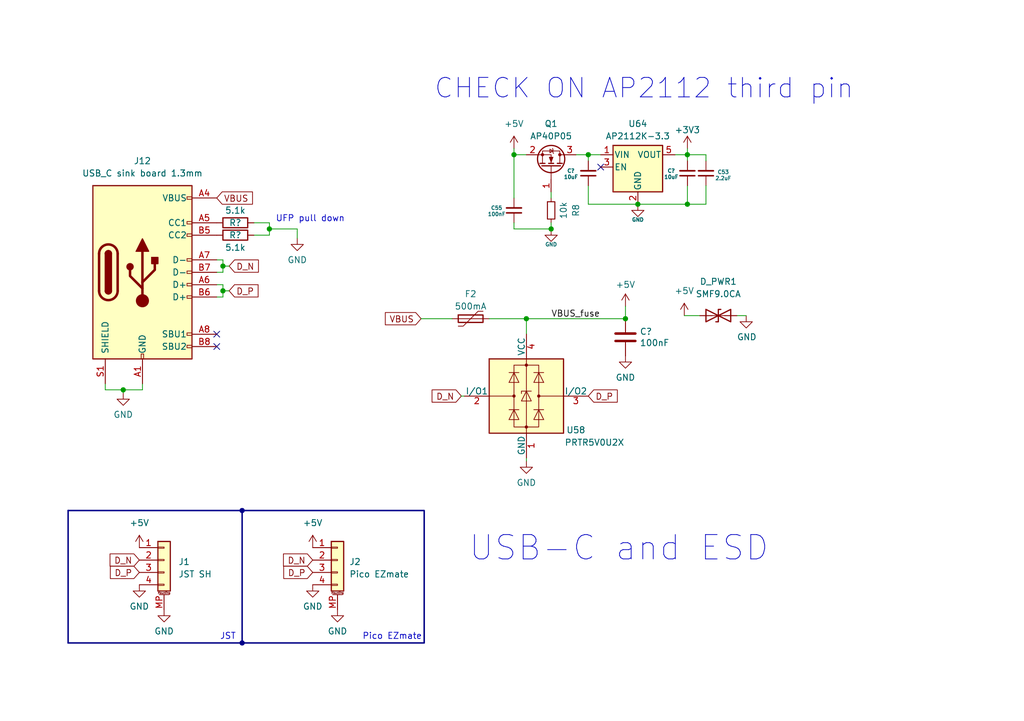
<source format=kicad_sch>
(kicad_sch (version 20231120) (generator "eeschema") (generator_version "8.0")
  (paper "A5")
  (lib_symbols
    (symbol "+5V_1" (power) (pin_names (offset 0))
      (property "Value" "+5V_1" (at 0 3.556 0))
      (symbol "+5V_1_0_1"
        (polyline (pts (xy -0.762 1.27) (xy 0 2.54)))
        (polyline (pts (xy 0 0) (xy 0 2.54)))
        (polyline (pts (xy 0 2.54) (xy 0.762 1.27)))
      )
      (symbol "+5V_1_1_1"
        (pin power_in line (at 0 0 90) (length 0) hide (name "+5V") (number "1"))
      )
    )
    (symbol "Connector:USB_C_Receptacle_USB2.0" (pin_names (offset 1.016))
      (property "Reference" "J" (at -10.16 19.05 0))
      (property "Value" "USB_C_Receptacle_USB2.0" (at 19.05 19.05 0))
      (symbol "USB_C_Receptacle_USB2.0_0_0"
        (rectangle (start -0.254 -17.78) (end 0.254 -16.764))
        (rectangle (start 10.16 -14.986) (end 9.144 -15.494))
        (rectangle (start 10.16 -12.446) (end 9.144 -12.954))
        (rectangle (start 10.16 -4.826) (end 9.144 -5.334))
        (rectangle (start 10.16 -2.286) (end 9.144 -2.794))
        (rectangle (start 10.16 0.254) (end 9.144 -0.254))
        (rectangle (start 10.16 2.794) (end 9.144 2.286))
        (rectangle (start 10.16 7.874) (end 9.144 7.366))
        (rectangle (start 10.16 10.414) (end 9.144 9.906))
        (rectangle (start 10.16 15.494) (end 9.144 14.986))
      )
      (symbol "USB_C_Receptacle_USB2.0_0_1"
        (rectangle (start -10.16 17.78) (end 10.16 -17.78) (stroke (width 0.254)) (fill (type background)))
        (arc (start -8.89 -3.81) (mid -6.985 -5.7067) (end -5.08 -3.81) (stroke (width 0.508)))
        (arc (start -7.62 -3.81) (mid -6.985 -4.4423) (end -6.35 -3.81) (stroke (width 0.254)))
        (arc (start -7.62 -3.81) (mid -6.985 -4.4423) (end -6.35 -3.81) (stroke (width 0.254)) (fill (type outline)))
        (rectangle (start -7.62 -3.81) (end -6.35 3.81) (stroke (width 0.254)) (fill (type outline)))
        (arc (start -6.35 3.81) (mid -6.985 4.4423) (end -7.62 3.81) (stroke (width 0.254)))
        (arc (start -6.35 3.81) (mid -6.985 4.4423) (end -7.62 3.81) (stroke (width 0.254)) (fill (type outline)))
        (arc (start -5.08 3.81) (mid -6.985 5.7067) (end -8.89 3.81) (stroke (width 0.508)))
        (circle (center -2.54 1.143) (radius 0.635) (stroke (width 0.254)) (fill (type outline)))
        (circle (center 0 -5.842) (radius 1.27) (fill (type outline)))
        (polyline (pts (xy -8.89 -3.81) (xy -8.89 3.81)) (stroke (width 0.508)))
        (polyline (pts (xy -5.08 3.81) (xy -5.08 -3.81)) (stroke (width 0.508)))
        (polyline (pts (xy 0 -5.842) (xy 0 4.318)) (stroke (width 0.508)))
        (polyline (pts (xy 0 -3.302) (xy -2.54 -0.762) (xy -2.54 0.508)) (stroke (width 0.508)))
        (polyline (pts (xy 0 -2.032) (xy 2.54 0.508) (xy 2.54 1.778)) (stroke (width 0.508)))
        (polyline (pts (xy -1.27 4.318) (xy 0 6.858) (xy 1.27 4.318) (xy -1.27 4.318)) (stroke (width 0.254)) (fill (type outline)))
        (rectangle (start 1.905 1.778) (end 3.175 3.048) (stroke (width 0.254)) (fill (type outline)))
      )
      (symbol "USB_C_Receptacle_USB2.0_1_1"
        (pin passive line (at 0 -22.86 90) (length 5.08) (name "GND") (number "A1"))
        (pin passive line (at 0 -22.86 90) (length 5.08) hide (name "GND") (number "A12"))
        (pin passive line (at 15.24 15.24 180) (length 5.08) (name "VBUS") (number "A4"))
        (pin bidirectional line (at 15.24 10.16 180) (length 5.08) (name "CC1") (number "A5"))
        (pin bidirectional line (at 15.24 -2.54 180) (length 5.08) (name "D+") (number "A6"))
        (pin bidirectional line (at 15.24 2.54 180) (length 5.08) (name "D-") (number "A7"))
        (pin bidirectional line (at 15.24 -12.7 180) (length 5.08) (name "SBU1") (number "A8"))
        (pin passive line (at 15.24 15.24 180) (length 5.08) hide (name "VBUS") (number "A9"))
        (pin passive line (at 0 -22.86 90) (length 5.08) hide (name "GND") (number "B1"))
        (pin passive line (at 0 -22.86 90) (length 5.08) hide (name "GND") (number "B12"))
        (pin passive line (at 15.24 15.24 180) (length 5.08) hide (name "VBUS") (number "B4"))
        (pin bidirectional line (at 15.24 7.62 180) (length 5.08) (name "CC2") (number "B5"))
        (pin bidirectional line (at 15.24 -5.08 180) (length 5.08) (name "D+") (number "B6"))
        (pin bidirectional line (at 15.24 0 180) (length 5.08) (name "D-") (number "B7"))
        (pin bidirectional line (at 15.24 -15.24 180) (length 5.08) (name "SBU2") (number "B8"))
        (pin passive line (at 15.24 15.24 180) (length 5.08) hide (name "VBUS") (number "B9"))
        (pin passive line (at -7.62 -22.86 90) (length 5.08) (name "SHIELD") (number "S1"))
      )
    )
    (symbol "Connector_Generic_MountingPin:Conn_01x04_MountingPin" (pin_names (offset 1.016) hide)
      (property "Reference" "J" (at 0 5.08 0))
      (property "Value" "Conn_01x04_MountingPin" (at 1.27 -7.62 0))
      (symbol "Conn_01x04_MountingPin_1_1"
        (rectangle (start -1.27 -4.953) (end 0 -5.207) (stroke (width 0.1524)))
        (rectangle (start -1.27 -2.413) (end 0 -2.667) (stroke (width 0.1524)))
        (rectangle (start -1.27 0.127) (end 0 -0.127) (stroke (width 0.1524)))
        (rectangle (start -1.27 2.667) (end 0 2.413) (stroke (width 0.1524)))
        (rectangle (start -1.27 3.81) (end 1.27 -6.35) (stroke (width 0.254)) (fill (type background)))
        (polyline (pts (xy -1.016 -7.112) (xy 1.016 -7.112)) (stroke (width 0.1524)))
        (text "Mounting" (at 0 -6.731 0) (effects (font (size 0.381 0.381))))
        (pin passive line (at -5.08 2.54 0) (length 3.81) (name "Pin_1") (number "1"))
        (pin passive line (at -5.08 0 0) (length 3.81) (name "Pin_2") (number "2"))
        (pin passive line (at -5.08 -2.54 0) (length 3.81) (name "Pin_3") (number "3"))
        (pin passive line (at -5.08 -5.08 0) (length 3.81) (name "Pin_4") (number "4"))
        (pin passive line (at 0 -10.16 90) (length 3.048) (name "MountPin") (number "MP"))
      )
    )
    (symbol "Device:C" (pin_numbers hide) (pin_names (offset 0.254))
      (property "Reference" "C" (at 0.635 2.54 0))
      (property "Value" "C" (at 0.635 -2.54 0))
      (symbol "C_0_1"
        (polyline (pts (xy -2.032 -0.762) (xy 2.032 -0.762)) (stroke (width 0.508)))
        (polyline (pts (xy -2.032 0.762) (xy 2.032 0.762)) (stroke (width 0.508)))
      )
      (symbol "C_1_1"
        (pin passive line (at 0 3.81 270) (length 2.794) (name "~") (number "1"))
        (pin passive line (at 0 -3.81 90) (length 2.794) (name "~") (number "2"))
      )
    )
    (symbol "Device:C_Small" (pin_numbers hide) (pin_names (offset 0.254) hide)
      (property "Reference" "C" (at 0.254 1.778 0))
      (property "Value" "C_Small" (at 0.254 -2.032 0))
      (symbol "C_Small_0_1"
        (polyline (pts (xy -1.524 -0.508) (xy 1.524 -0.508)) (stroke (width 0.3302)))
        (polyline (pts (xy -1.524 0.508) (xy 1.524 0.508)) (stroke (width 0.3048)))
      )
      (symbol "C_Small_1_1"
        (pin passive line (at 0 2.54 270) (length 2.032) (name "~") (number "1"))
        (pin passive line (at 0 -2.54 90) (length 2.032) (name "~") (number "2"))
      )
    )
    (symbol "Device:D_TVS" (pin_numbers hide) (pin_names (offset 1.016) hide)
      (property "Reference" "D" (at 0 2.54 0))
      (property "Value" "D_TVS" (at 0 -2.54 0))
      (symbol "D_TVS_0_1"
        (polyline (pts (xy 1.27 0) (xy -1.27 0)))
        (polyline (pts (xy 0.508 1.27) (xy 0 1.27) (xy 0 -1.27) (xy -0.508 -1.27)) (stroke (width 0.254)))
        (polyline (pts (xy -2.54 1.27) (xy -2.54 -1.27) (xy 2.54 1.27) (xy 2.54 -1.27) (xy -2.54 1.27)) (stroke (width 0.254)))
      )
      (symbol "D_TVS_1_1"
        (pin passive line (at -3.81 0 0) (length 2.54) (name "A1") (number "1"))
        (pin passive line (at 3.81 0 180) (length 2.54) (name "A2") (number "2"))
      )
    )
    (symbol "Device:Polyfuse" (pin_numbers hide) (pin_names (offset 0))
      (property "Reference" "F" (at -2.54 0 90))
      (property "Value" "Polyfuse" (at 2.54 0 90))
      (symbol "Polyfuse_0_1"
        (rectangle (start -0.762 2.54) (end 0.762 -2.54) (stroke (width 0.254)))
        (polyline (pts (xy 0 2.54) (xy 0 -2.54)))
        (polyline (pts (xy -1.524 2.54) (xy -1.524 1.524) (xy 1.524 -1.524) (xy 1.524 -2.54)))
      )
      (symbol "Polyfuse_1_1"
        (pin passive line (at 0 3.81 270) (length 1.27) (name "~") (number "1"))
        (pin passive line (at 0 -3.81 90) (length 1.27) (name "~") (number "2"))
      )
    )
    (symbol "Device:R" (pin_numbers hide) (pin_names (offset 0))
      (property "Reference" "R" (at 2.032 0 90))
      (property "Value" "R" (at 0 0 90))
      (symbol "R_0_1"
        (rectangle (start -1.016 -2.54) (end 1.016 2.54) (stroke (width 0.254)))
      )
      (symbol "R_1_1"
        (pin passive line (at 0 3.81 270) (length 1.27) (name "~") (number "1"))
        (pin passive line (at 0 -3.81 90) (length 1.27) (name "~") (number "2"))
      )
    )
    (symbol "Device:R_Small" (pin_numbers hide) (pin_names (offset 0.254) hide)
      (property "Reference" "R" (at 0.762 0.508 0))
      (property "Value" "R_Small" (at 0.762 -1.016 0))
      (symbol "R_Small_0_1"
        (rectangle (start -0.762 1.778) (end 0.762 -1.778) (stroke (width 0.2032)))
      )
      (symbol "R_Small_1_1"
        (pin passive line (at 0 2.54 270) (length 0.762) (name "~") (number "1"))
        (pin passive line (at 0 -2.54 90) (length 0.762) (name "~") (number "2"))
      )
    )
    (symbol "Power_Protection:PRTR5V0U2X" (pin_names (offset 0))
      (property "Reference" "D" (at 2.794 8.636 0))
      (property "Value" "PRTR5V0U2X" (at 8.128 -9.398 0))
      (symbol "PRTR5V0U2X_0_1"
        (rectangle (start -7.62 -7.62) (end 7.62 7.62) (stroke (width 0.254)) (fill (type background)))
        (circle (center -2.54 0) (radius 0.254) (fill (type outline)))
        (rectangle (start -2.54 6.35) (end 2.54 -6.35))
        (circle (center 0 -6.35) (radius 0.254) (fill (type outline)))
        (polyline (pts (xy -2.54 0) (xy -7.62 0)))
        (polyline (pts (xy -1.524 -2.794) (xy -3.556 -2.794)))
        (polyline (pts (xy -1.524 4.826) (xy -3.556 4.826)))
        (polyline (pts (xy 0 -7.62) (xy 0 7.62)))
        (polyline (pts (xy 1.524 -2.794) (xy 3.556 -2.794)))
        (polyline (pts (xy 1.524 4.826) (xy 3.556 4.826)))
        (polyline (pts (xy 2.54 0) (xy 7.62 0)))
        (polyline (pts (xy 1.016 1.016) (xy -1.016 1.016) (xy -1.016 0.508)))
        (polyline (pts (xy -3.556 -4.826) (xy -1.524 -4.826) (xy -2.54 -2.794) (xy -3.556 -4.826)))
        (polyline (pts (xy -3.556 2.794) (xy -1.524 2.794) (xy -2.54 4.826) (xy -3.556 2.794)))
        (polyline (pts (xy -1.016 -1.016) (xy 1.016 -1.016) (xy 0 1.016) (xy -1.016 -1.016)))
        (polyline (pts (xy 3.556 -4.826) (xy 1.524 -4.826) (xy 2.54 -2.794) (xy 3.556 -4.826)))
        (polyline (pts (xy 3.556 2.794) (xy 1.524 2.794) (xy 2.54 4.826) (xy 3.556 2.794)))
        (circle (center 0 6.35) (radius 0.254) (fill (type outline)))
        (circle (center 2.54 0) (radius 0.254) (fill (type outline)))
      )
      (symbol "PRTR5V0U2X_1_1"
        (pin passive line (at 0 -12.7 90) (length 5.08) (name "GND") (number "1"))
        (pin passive line (at -12.7 0 0) (length 5.08) (name "I/O1") (number "2"))
        (pin passive line (at 12.7 0 180) (length 5.08) (name "I/O2") (number "3"))
        (pin passive line (at 0 12.7 270) (length 5.08) (name "VCC") (number "4"))
      )
    )
    (symbol "Regulator_Linear:AP2112K-3.3" (pin_names (offset 0.254))
      (property "Reference" "U" (at -5.08 5.715 0))
      (property "Value" "AP2112K-3.3" (at 0 5.715 0))
      (symbol "AP2112K-3.3_0_1"
        (rectangle (start -5.08 4.445) (end 5.08 -5.08) (stroke (width 0.254)) (fill (type background)))
      )
      (symbol "AP2112K-3.3_1_1"
        (pin power_in line (at -7.62 2.54 0) (length 2.54) (name "VIN") (number "1"))
        (pin power_in line (at 0 -7.62 90) (length 2.54) (name "GND") (number "2"))
        (pin input line (at -7.62 0 0) (length 2.54) (name "EN") (number "3"))
        (pin no_connect line (at 5.08 0 180) (length 2.54) hide (name "NC") (number "4"))
        (pin power_out line (at 7.62 2.54 180) (length 2.54) (name "VOUT") (number "5"))
      )
    )
    (symbol "Transistor_FET:2N7002" (pin_names hide)
      (property "Reference" "Q" (at 5.08 1.905 0))
      (property "Value" "2N7002" (at 5.08 0 0))
      (symbol "2N7002_0_1"
        (polyline (pts (xy 0.254 0) (xy -2.54 0)))
        (polyline (pts (xy 0.254 1.905) (xy 0.254 -1.905)) (stroke (width 0.254)))
        (polyline (pts (xy 0.762 -1.27) (xy 0.762 -2.286)) (stroke (width 0.254)))
        (polyline (pts (xy 0.762 0.508) (xy 0.762 -0.508)) (stroke (width 0.254)))
        (polyline (pts (xy 0.762 2.286) (xy 0.762 1.27)) (stroke (width 0.254)))
        (polyline (pts (xy 2.54 2.54) (xy 2.54 1.778)))
        (polyline (pts (xy 2.54 -2.54) (xy 2.54 0) (xy 0.762 0)))
        (polyline (pts (xy 0.762 -1.778) (xy 3.302 -1.778) (xy 3.302 1.778) (xy 0.762 1.778)))
        (polyline (pts (xy 1.016 0) (xy 2.032 0.381) (xy 2.032 -0.381) (xy 1.016 0)) (fill (type outline)))
        (polyline (pts (xy 2.794 0.508) (xy 2.921 0.381) (xy 3.683 0.381) (xy 3.81 0.254)))
        (polyline (pts (xy 3.302 0.381) (xy 2.921 -0.254) (xy 3.683 -0.254) (xy 3.302 0.381)))
        (circle (center 1.651 0) (radius 2.794) (stroke (width 0.254)))
        (circle (center 2.54 -1.778) (radius 0.254) (fill (type outline)))
        (circle (center 2.54 1.778) (radius 0.254) (fill (type outline)))
      )
      (symbol "2N7002_1_1"
        (pin input line (at -5.08 0 0) (length 2.54) (name "G") (number "1"))
        (pin passive line (at 2.54 -5.08 90) (length 2.54) (name "S") (number "2"))
        (pin passive line (at 2.54 5.08 270) (length 2.54) (name "D") (number "3"))
      )
    )
    (symbol "power:+3V3" (power) (pin_names (offset 0))
      (property "Value" "+3V3" (at 0 3.556 0))
      (symbol "+3V3_0_1"
        (polyline (pts (xy -0.762 1.27) (xy 0 2.54)))
        (polyline (pts (xy 0 0) (xy 0 2.54)))
        (polyline (pts (xy 0 2.54) (xy 0.762 1.27)))
      )
      (symbol "+3V3_1_1"
        (pin power_in line (at 0 0 90) (length 0) hide (name "+3V3") (number "1"))
      )
    )
    (symbol "power:+5V" (power) (pin_names (offset 0))
      (property "Value" "+5V" (at 0 3.556 0))
      (symbol "+5V_0_1"
        (polyline (pts (xy -0.762 1.27) (xy 0 2.54)))
        (polyline (pts (xy 0 0) (xy 0 2.54)))
        (polyline (pts (xy 0 2.54) (xy 0.762 1.27)))
      )
      (symbol "+5V_1_1"
        (pin power_in line (at 0 0 90) (length 0) hide (name "+5V") (number "1"))
      )
    )
    (symbol "power:GND" (power) (pin_names (offset 0))
      (property "Value" "GND" (at 0 -3.81 0))
      (symbol "GND_0_1"
        (polyline (pts (xy 0 0) (xy 0 -1.27) (xy 1.27 -1.27) (xy 0 -2.54) (xy -1.27 -1.27) (xy 0 -1.27)))
      )
      (symbol "GND_1_1"
        (pin power_in line (at 0 0 270) (length 0) hide (name "GND") (number "1"))
      )
    )
  )
  (junction (at 49.657 131.953))
  (junction (at 25.273 80.01))
  (junction (at 55.245 46.99))
  (junction (at 140.97 31.75))
  (junction (at 45.72 59.69))
  (junction (at 120.65 31.75))
  (junction (at 45.72 54.61))
  (junction (at 107.95 65.405))
  (junction (at 113.03 46.99))
  (junction (at 140.97 41.91))
  (junction (at 105.41 31.75))
  (junction (at 128.27 65.405))
  (junction (at 49.657 104.775))
  (junction (at 130.81 41.91))
  (no_connect (at 44.45 68.58))
  (no_connect (at 44.45 71.12))
  (no_connect (at 123.19 34.29))
  (wire (pts (xy 94.615 81.28) (xy 95.25 81.28)))
  (wire (pts (xy 44.45 55.88) (xy 45.72 55.88)))
  (wire (pts (xy 113.03 39.37) (xy 113.03 40.64)))
  (wire (pts (xy 107.95 94.615) (xy 107.95 93.98)))
  (wire (pts (xy 120.65 31.75) (xy 123.19 31.75)))
  (bus (pts (xy 13.97 104.775) (xy 49.657 104.775)))
  (wire (pts (xy 140.97 31.75) (xy 140.97 33.02)))
  (wire (pts (xy 45.72 54.61) (xy 46.99 54.61)))
  (wire (pts (xy 140.97 38.1) (xy 140.97 41.91)))
  (wire (pts (xy 120.65 38.1) (xy 120.65 41.91)))
  (wire (pts (xy 44.45 58.42) (xy 45.72 58.42)))
  (wire (pts (xy 140.97 30.48) (xy 140.97 31.75)))
  (wire (pts (xy 118.11 31.75) (xy 120.65 31.75)))
  (wire (pts (xy 55.245 48.26) (xy 55.245 46.99)))
  (wire (pts (xy 60.96 46.99) (xy 60.96 48.895)))
  (bus (pts (xy 49.657 131.953) (xy 86.868 131.953)))
  (wire (pts (xy 44.45 60.96) (xy 45.72 60.96)))
  (wire (pts (xy 25.273 80.645) (xy 25.273 80.01)))
  (wire (pts (xy 140.97 31.75) (xy 144.78 31.75)))
  (wire (pts (xy 105.41 46.99) (xy 113.03 46.99)))
  (wire (pts (xy 138.43 31.75) (xy 140.97 31.75)))
  (bus (pts (xy 13.97 104.775) (xy 13.97 131.953)))
  (wire (pts (xy 151.13 64.77) (xy 153.035 64.77)))
  (wire (pts (xy 105.41 31.75) (xy 107.95 31.75)))
  (wire (pts (xy 128.27 62.865) (xy 128.27 65.405)))
  (wire (pts (xy 100.33 65.405) (xy 107.95 65.405)))
  (wire (pts (xy 144.78 31.75) (xy 144.78 33.02)))
  (wire (pts (xy 107.95 65.405) (xy 107.95 68.58)))
  (wire (pts (xy 52.07 45.72) (xy 55.245 45.72)))
  (wire (pts (xy 130.81 41.91) (xy 140.97 41.91)))
  (wire (pts (xy 107.95 65.405) (xy 128.27 65.405)))
  (wire (pts (xy 113.03 46.99) (xy 113.03 45.72)))
  (wire (pts (xy 21.59 78.74) (xy 21.59 80.01)))
  (wire (pts (xy 105.41 45.72) (xy 105.41 46.99)))
  (wire (pts (xy 105.41 31.75) (xy 105.41 40.64)))
  (bus (pts (xy 86.995 104.775) (xy 86.995 131.953)))
  (wire (pts (xy 144.78 38.1) (xy 144.78 41.91)))
  (wire (pts (xy 45.72 59.69) (xy 46.99 59.69)))
  (wire (pts (xy 140.97 41.91) (xy 144.78 41.91)))
  (wire (pts (xy 45.72 60.96) (xy 45.72 59.69)))
  (wire (pts (xy 29.21 80.01) (xy 29.21 78.74)))
  (wire (pts (xy 44.45 53.34) (xy 45.72 53.34)))
  (bus (pts (xy 13.97 131.953) (xy 49.657 131.953)))
  (wire (pts (xy 55.245 46.99) (xy 55.245 45.72)))
  (wire (pts (xy 52.07 48.26) (xy 55.245 48.26)))
  (wire (pts (xy 45.72 53.34) (xy 45.72 54.61)))
  (wire (pts (xy 45.72 54.61) (xy 45.72 55.88)))
  (wire (pts (xy 86.36 65.405) (xy 92.71 65.405)))
  (wire (pts (xy 45.72 58.42) (xy 45.72 59.69)))
  (bus (pts (xy 49.657 104.775) (xy 86.868 104.775)))
  (bus (pts (xy 49.657 104.775) (xy 49.657 131.953)))
  (wire (pts (xy 120.65 31.75) (xy 120.65 33.02)))
  (wire (pts (xy 140.335 64.77) (xy 143.51 64.77)))
  (wire (pts (xy 120.65 41.91) (xy 130.81 41.91)))
  (wire (pts (xy 21.59 80.01) (xy 25.273 80.01)))
  (wire (pts (xy 105.41 30.48) (xy 105.41 31.75)))
  (wire (pts (xy 55.245 46.99) (xy 60.96 46.99)))
  (wire (pts (xy 25.273 80.01) (xy 29.21 80.01)))
  (text "CHECK ON AP2112 third pin" (at 132.08 18.288 0) (effects (font (size 4 4))))
  (text "Pico EZmate" (at 74.295 131.445 0) (effects (font (size 1.27 1.27)) (justify left bottom)))
  (text "USB-C and ESD" (at 96.012 115.57 0) (effects (font (size 5 5)) (justify left bottom)))
  (text "UFP pull down" (at 56.515 45.72 0) (effects (font (size 1.27 1.27)) (justify left bottom)))
  (text "JST" (at 45.085 131.445 0) (effects (font (size 1.27 1.27)) (justify left bottom)))
  (label "VBUS_fuse" (at 113.03 65.405 0))
  (global_label "D_P" (shape input) (at 28.575 117.475 180) (property "Intersheetrefs" "${INTERSHEET_REFS}" (effects (hide yes))))
  (global_label "VBUS" (shape input) (at 44.45 40.64 0) (property "Intersheetrefs" "${INTERSHEET_REFS}" (effects (hide yes))))
  (global_label "D_N" (shape input) (at 64.135 114.935 180) (property "Intersheetrefs" "${INTERSHEET_REFS}" (effects (hide yes))))
  (global_label "D_N" (shape input) (at 94.615 81.28 180) (property "Intersheetrefs" "${INTERSHEET_REFS}" (effects (hide yes))))
  (global_label "D_P" (shape input) (at 46.99 59.69 0) (property "Intersheetrefs" "${INTERSHEET_REFS}" (effects (hide yes))))
  (global_label "VBUS" (shape input) (at 86.36 65.405 180) (property "Intersheetrefs" "${INTERSHEET_REFS}" (effects (hide yes))))
  (global_label "D_N" (shape input) (at 46.99 54.61 0) (property "Intersheetrefs" "${INTERSHEET_REFS}" (effects (hide yes))))
  (global_label "D_N" (shape input) (at 28.575 114.935 180) (property "Intersheetrefs" "${INTERSHEET_REFS}" (effects (hide yes))))
  (global_label "D_P" (shape input) (at 120.65 81.28 0) (property "Intersheetrefs" "${INTERSHEET_REFS}" (effects (hide yes))))
  (global_label "D_P" (shape input) (at 64.135 117.475 180) (property "Intersheetrefs" "${INTERSHEET_REFS}" (effects (hide yes))))
  (symbol (lib_id "Device:C") (at 128.27 69.215 0) (unit 1)
    (property "Reference" "C?" (at 131.191 68.0466 0) (effects (justify left)))
    (property "Value" "100nF" (at 131.191 70.358 0) (effects (justify left)))
    (property "Footprint" "Capacitor_SMD:C_0402_1005Metric" (effects (hide yes)))
    (property "LCSC" "C307331" (effects (hide yes)))
    (instances (project "LeChiffre" (path "" (reference "C?") (unit 1))) (project "vootington V4N" (path "" (reference "C6") (unit 1)) (path "" (reference "C62") (unit 1))) (project "le_capybara" (path "" (reference "C12") (unit 1))))
  )
  (symbol (lib_id "Power_Protection:PRTR5V0U2X") (at 107.95 81.28 0) (unit 1)
    (property "Reference" "U58" (at 118.11 88.265 0))
    (property "Value" "PRTR5V0U2X" (at 121.92 90.805 0))
    (property "Footprint" "Package_TO_SOT_SMD:SOT-143" (effects (hide yes)))
    (property "Datasheet" "https://assets.nexperia.com/documents/data-sheet/PRTR5V0U2X.pdf" (effects (hide yes)))
    (property "LCSC" "C2827688" (effects (hide yes)))
    (property "JlcRotOffset" "90" (effects (hide yes)))
    (instances (project "vootington V4N" (path "" (reference "U58") (unit 1)) (path "" (reference "U55") (unit 1))) (project "le_capybara" (path "" (reference "U3") (unit 1))) (project "EC60-Rev_1_1" (path "" (reference "D1") (unit 1))))
  )
  (symbol (lib_id "power:GND") (at 107.95 94.615 0) (unit 1)
    (property "Reference" "#PWR089" (effects (hide yes)))
    (property "Value" "GND" (at 107.95 99.06 0))
    (instances (project "vootington V4N" (path "" (reference "#PWR089") (unit 1)) (path "" (reference "#PWR0175") (unit 1))) (project "le_capybara" (path "" (reference "#PWR014") (unit 1))))
  )
  (symbol (lib_id "Regulator_Linear:AP2112K-3.3") (at 130.81 34.29 0) (unit 1)
    (property "Reference" "U64" (at 130.81 25.4 0))
    (property "Value" "AP2112K-3.3" (at 130.81 27.94 0))
    (property "Footprint" "Package_TO_SOT_SMD:SOT-23-5" (effects (hide yes)))
    (property "Datasheet" "https://www.diodes.com/assets/Datasheets/AP2112.pdf" (effects (hide yes)))
    (property "Description" "600mA low dropout linear regulator, with enable pin, 3.8V-6V input voltage range, 3.3V fixed positive output, SOT-23-5" (effects (hide yes)))
  )
  (symbol (lib_id "power:GND") (at 153.035 64.77 0) (unit 1)
    (property "Reference" "#PWR0169" (effects (hide yes)))
    (property "Value" "GND" (at 153.162 69.1642 0))
    (instances (project "vootington V4N STM32G0B1CBT6" (path "" (reference "#PWR0169") (unit 1))) (project "Tiny Dimply Qazy" (path "" (reference "#PWR018") (unit 1))) (project "forti" (path "" (reference "#PWR03") (unit 1))))
  )
  (symbol (lib_id "power:+5V") (at 105.41 30.48 0) (unit 1)
    (property "Reference" "#PWR?" (effects (hide yes)))
    (property "Value" "+5V" (at 105.41 25.4 0))
    (instances (project "TKL" (path "" (reference "#PWR?") (unit 1))) (project "vootington V4N" (path "" (reference "#PWR042") (unit 1)) (path "" (reference "#PWR0167") (unit 1))) (project "le_capybara" (path "" (reference "#PWR06") (unit 1))))
  )
  (symbol (lib_id "power:GND") (at 113.03 46.99 0) (unit 1)
    (property "Reference" "#PWR0157" (effects (hide yes)))
    (property "Value" "GND" (at 113.03 50.165 0) (effects (font (size 0.762 0.762))))
  )
  (symbol (lib_id "Device:R") (at 48.26 45.72 270) (unit 1)
    (property "Reference" "R?" (at 48.26 45.72 90))
    (property "Value" "5.1k" (at 48.26 43.18 90))
    (property "Footprint" "Resistor_SMD:R_0402_1005Metric" (effects (hide yes)))
    (instances (project "LeChiffre" (path "" (reference "R?") (unit 1))) (project "vootington V4N STM32G0B1CBT6" (path "" (reference "R2") (unit 1))) (project "le_capybara" (path "" (reference "R1") (unit 1))))
  )
  (symbol (lib_id "Device:R_Small") (at 113.03 43.18 180) (unit 1)
    (property "Reference" "R8" (at 118.11 43.18 90))
    (property "Value" "10k" (at 115.57 43.18 90))
    (property "Footprint" "Resistor_SMD:R_0402_1005Metric" (effects (hide yes)))
  )
  (symbol (lib_id "Device:D_TVS") (at 147.32 64.77 0) (unit 1)
    (property "Reference" "D_PWR1" (at 147.32 57.785 0))
    (property "Value" "SMF9.0CA" (at 147.32 60.325 0))
    (property "Footprint" "Diode_SMD:D_SOD-123" (effects (hide yes)))
  )
  (symbol (lib_id "power:GND") (at 60.96 48.895 0) (unit 1)
    (property "Reference" "#PWR0171" (effects (hide yes)))
    (property "Value" "GND" (at 60.96 53.34 0))
    (instances (project "vootington V4N STM32G0B1CBT6" (path "" (reference "#PWR0171") (unit 1))) (project "le_capybara" (path "" (reference "#PWR023") (unit 1))))
  )
  (symbol (lib_id "power:GND") (at 25.273 80.645 0) (unit 1)
    (property "Reference" "#PWR0174" (effects (hide yes)))
    (property "Value" "GND" (at 25.273 85.09 0))
    (instances (project "vootington V4N STM32G0B1CBT6" (path "" (reference "#PWR0174") (unit 1))) (project "le_capybara" (path "" (reference "#PWR07") (unit 1))))
  )
  (symbol (lib_id "Device:C_Small") (at 105.41 43.18 180) (unit 1)
    (property "Reference" "C55" (at 101.854 42.672 0) (effects (font (size 0.762 0.762))))
    (property "Value" "100nF" (at 101.854 43.942 0) (effects (font (size 0.762 0.762))))
    (property "Footprint" "Capacitor_SMD:C_0402_1005Metric" (effects (hide yes)))
    (property "LCSC" "C52923" (effects (hide yes)))
  )
  (symbol (lib_id "Device:Polyfuse") (at 96.52 65.405 90) (unit 1)
    (property "Reference" "F2" (at 96.52 60.325 90))
    (property "Value" "500mA" (at 96.52 62.865 90))
    (property "Footprint" "Fuse:Fuse_1206_3216Metric" (effects (hide yes)))
    (property "LCSC" "C70076" (effects (hide yes)))
    (instances (project "vootington V4N" (path "" (reference "F2") (unit 1)) (path "" (reference "F1") (unit 1))) (project "le_capybara" (path "" (reference "F1") (unit 1))))
  )
  (symbol (lib_id "Connector_Generic_MountingPin:Conn_01x04_MountingPin") (at 33.655 114.935 0) (unit 1)
    (property "Reference" "J1" (at 36.576 115.2905 0) (effects (justify left)))
    (property "Value" "JST SH" (at 36.576 117.8305 0) (effects (justify left)))
    (property "Footprint" "Connector_JST:JST_SH_SM04B-SRSS-TB_1x04-1MP_P1.00mm_Horizontal" (effects (hide yes)))
    (instances (project "the-nicholas-van" (path "" (reference "J1") (unit 1))) (project "tinyv pcb" (path "" (reference "J1") (unit 1))) (project "vootington V4N STM32G0B1CBT6" (path "" (reference "J13") (unit 1))) (project "Tiny Dimply Qazy" (path "" (reference "J1") (unit 1))) (project "mekanisk-40" (path "" (reference "J1") (unit 1))))
  )
  (symbol (lib_id "power:GND") (at 28.575 120.015 0) (unit 1)
    (property "Reference" "#PWR056" (effects (hide yes)))
    (property "Value" "GND" (at 28.575 124.4584 0))
    (instances (project "the-nicholas-van" (path "" (reference "#PWR056") (unit 1))) (project "tinyv pcb" (path "" (reference "#PWR011") (unit 1))) (project "vootington V4N STM32G0B1CBT6" (path "" (reference "#PWR0178") (unit 1))) (project "Tiny Dimply Qazy" (path "" (reference "#PWR07") (unit 1))) (project "mekanisk-40" (path "" (reference "#PWR020") (unit 1))))
  )
  (symbol (lib_id "power:+5V") (at 64.135 112.395 0) (unit 1)
    (property "Reference" "#PWR0102" (effects (hide yes)))
    (property "Value" "+5V" (at 64.135 107.315 0))
    (instances (project "pteropus" (path "" (reference "#PWR0102") (unit 1))) (project "the-nicholas-van" (path "" (reference "#PWR038") (unit 1))) (project "tinyv pcb" (path "" (reference "#PWR010") (unit 1))) (project "vootington V4N STM32G0B1CBT6" (path "" (reference "#PWR0177") (unit 1))))
  )
  (symbol (lib_id "power:+5V") (at 140.335 64.77 0) (unit 1)
    (property "Reference" "#PWR0168" (effects (hide yes)))
    (property "Value" "+5V" (at 140.335 59.69 0))
    (instances (project "vootington V4N STM32G0B1CBT6" (path "" (reference "#PWR0168") (unit 1))) (project "RP2040-Guide" (path "" (reference "#PWR09") (unit 1))) (project "forti" (path "" (reference "#PWR02") (unit 1))))
  )
  (symbol (lib_id "power:GND") (at 33.655 125.095 0) (unit 1)
    (property "Reference" "#PWR058" (effects (hide yes)))
    (property "Value" "GND" (at 33.655 129.5384 0))
    (instances (project "the-nicholas-van" (path "" (reference "#PWR058") (unit 1))) (project "tinyv pcb" (path "" (reference "#PWR013") (unit 1))) (project "vootington V4N STM32G0B1CBT6" (path "" (reference "#PWR0180") (unit 1))) (project "Tiny Dimply Qazy" (path "" (reference "#PWR08") (unit 1))) (project "mekanisk-40" (path "" (reference "#PWR022") (unit 1))))
  )
  (symbol (lib_id "power:+5V") (at 28.575 112.395 0) (unit 1)
    (property "Reference" "#PWR0102" (effects (hide yes)))
    (property "Value" "+5V" (at 28.575 107.315 0))
    (instances (project "pteropus" (path "" (reference "#PWR0102") (unit 1))) (project "the-nicholas-van" (path "" (reference "#PWR037") (unit 1))) (project "tinyv pcb" (path "" (reference "#PWR09") (unit 1))) (project "vootington V4N STM32G0B1CBT6" (path "" (reference "#PWR0176") (unit 1))))
  )
  (symbol (lib_id "power:GND") (at 130.81 41.91 0) (unit 1)
    (property "Reference" "#PWR?" (effects (hide yes)))
    (property "Value" "GND" (at 130.81 45.085 0) (effects (font (size 0.762 0.762))))
    (instances (project "TKL" (path "" (reference "#PWR?") (unit 1))) (project "vootington V4N" (path "" (reference "#PWR043") (unit 1)) (path "" (reference "#PWR0170") (unit 1))) (project "le_capybara" (path "" (reference "#PWR09") (unit 1))))
  )
  (symbol (lib_id "power:GND") (at 128.27 73.025 0) (unit 1)
    (property "Reference" "#PWR087" (effects (hide yes)))
    (property "Value" "GND" (at 128.27 77.47 0))
    (instances (project "vootington V4N" (path "" (reference "#PWR087") (unit 1)) (path "" (reference "#PWR0173") (unit 1))) (project "le_capybara" (path "" (reference "#PWR018") (unit 1))))
  )
  (symbol (lib_id "power:GND") (at 64.135 120.015 0) (unit 1)
    (property "Reference" "#PWR057" (effects (hide yes)))
    (property "Value" "GND" (at 64.135 124.4584 0))
    (instances (project "the-nicholas-van" (path "" (reference "#PWR057") (unit 1))) (project "tinyv pcb" (path "" (reference "#PWR012") (unit 1))) (project "vootington V4N STM32G0B1CBT6" (path "" (reference "#PWR0179") (unit 1))) (project "Tiny Dimply Qazy" (path "" (reference "#PWR0101") (unit 1))) (project "mekanisk-40" (path "" (reference "#PWR021") (unit 1))))
  )
  (symbol (lib_id "Device:C_Small") (at 120.65 35.56 180) (unit 1)
    (property "Reference" "C?" (at 117.094 35.052 0) (effects (font (size 0.762 0.762))))
    (property "Value" "10uF" (at 117.094 36.322 0) (effects (font (size 0.762 0.762))))
    (property "Footprint" "Capacitor_SMD:C_0402_1005Metric" (effects (hide yes)))
    (property "LCSC" "C52923" (effects (hide yes)))
    (instances (project "TKL" (path "" (reference "C?") (unit 1))) (project "vootington V4N" (path "" (reference "C4") (unit 1)) (path "" (reference "C60") (unit 1))) (project "le_capybara" (path "" (reference "C6") (unit 1))))
  )
  (symbol (lib_id "Connector_Generic_MountingPin:Conn_01x04_MountingPin") (at 69.215 114.935 0) (unit 1)
    (property "Reference" "J2" (at 71.628 115.2905 0) (effects (justify left)))
    (property "Value" "Pico EZmate" (at 71.628 117.8305 0) (effects (justify left)))
    (property "Footprint" "Connector_Molex:Molex_Pico-EZmate_78171-0004_1x04-1MP_P1.20mm_Vertical" (effects (hide yes)))
    (instances (project "the-nicholas-van" (path "" (reference "J2") (unit 1))) (project "tinyv pcb" (path "" (reference "J2") (unit 1))) (project "vootington V4N STM32G0B1CBT6" (path "" (reference "J14") (unit 1))) (project "Tiny Dimply Qazy" (path "" (reference "J3") (unit 1))) (project "mekanisk-40" (path "" (reference "J3") (unit 1))))
  )
  (symbol (lib_name "+5V_1") (lib_id "power:+5V") (at 128.27 62.865 0) (unit 1)
    (property "Reference" "#PWR079" (effects (hide yes)))
    (property "Value" "+5V" (at 128.27 58.42 0))
    (instances (project "vootington V4N" (path "" (reference "#PWR079") (unit 1)) (path "" (reference "#PWR0172") (unit 1))) (project "le_capybara" (path "" (reference "#PWR017") (unit 1))))
  )
  (symbol (lib_id "power:GND") (at 69.215 125.095 0) (unit 1)
    (property "Reference" "#PWR059" (effects (hide yes)))
    (property "Value" "GND" (at 69.215 129.5384 0))
    (instances (project "the-nicholas-van" (path "" (reference "#PWR059") (unit 1))) (project "tinyv pcb" (path "" (reference "#PWR014") (unit 1))) (project "vootington V4N STM32G0B1CBT6" (path "" (reference "#PWR0181") (unit 1))) (project "Tiny Dimply Qazy" (path "" (reference "#PWR0103") (unit 1))) (project "mekanisk-40" (path "" (reference "#PWR023") (unit 1))))
  )
  (symbol (lib_id "Device:C_Small") (at 144.78 35.56 180) (unit 1)
    (property "Reference" "C53" (at 148.336 35.306 0) (effects (font (size 0.762 0.762))))
    (property "Value" "2.2uF" (at 148.336 36.576 0) (effects (font (size 0.762 0.762))))
    (property "Footprint" "Capacitor_SMD:C_0402_1005Metric" (effects (hide yes)))
    (property "LCSC" "C52923" (effects (hide yes)))
  )
  (symbol (lib_id "power:+3V3") (at 140.97 30.48 0) (unit 1)
    (property "Reference" "#PWR0165" (effects (hide yes)))
    (property "Value" "+3V3" (at 140.97 26.67 0))
  )
  (symbol (lib_id "Device:R") (at 48.26 48.26 270) (mirror x) (unit 1)
    (property "Reference" "R?" (at 48.26 48.26 90))
    (property "Value" "5.1k" (at 48.26 50.8 90))
    (property "Footprint" "Resistor_SMD:R_0402_1005Metric" (effects (hide yes)))
    (instances (project "LeChiffre" (path "" (reference "R?") (unit 1))) (project "vootington V4N STM32G0B1CBT6" (path "" (reference "R3") (unit 1))) (project "le_capybara" (path "" (reference "R2") (unit 1))))
  )
  (symbol (lib_id "Device:C_Small") (at 140.97 35.56 180) (unit 1)
    (property "Reference" "C?" (at 137.668 35.052 0) (effects (font (size 0.762 0.762))))
    (property "Value" "10uF" (at 137.668 36.322 0) (effects (font (size 0.762 0.762))))
    (property "Footprint" "Capacitor_SMD:C_0402_1005Metric" (effects (hide yes)))
    (property "LCSC" "C52923" (effects (hide yes)))
    (instances (project "TKL" (path "" (reference "C?") (unit 1))) (project "vootington V4N" (path "" (reference "C5") (unit 1)) (path "" (reference "C61") (unit 1))) (project "le_capybara" (path "" (reference "C7") (unit 1))))
  )
  (symbol (lib_id "Transistor_FET:2N7002") (at 113.03 34.29 270) (mirror x) (unit 1)
    (property "Reference" "Q1" (at 113.03 25.4 90))
    (property "Value" "AP40P05" (at 113.03 27.94 90))
    (property "Footprint" "Package_TO_SOT_SMD:SOT-23" (effects (hide yes)))
    (property "Datasheet" "https://www.onsemi.com/pub/Collateral/NDS7002A-D.PDF" (effects (hide yes)))
    (property "Description" "0.115A Id, 60V Vds, N-Channel MOSFET, SOT-23" (effects (hide yes)))
  )
  (symbol (lib_id "Connector:USB_C_Receptacle_USB2.0") (at 29.21 55.88 0) (unit 1)
    (property "Reference" "J12" (at 29.21 33.02 0))
    (property "Value" "USB_C sink board 1.3mm" (at 29.21 35.56 0))
    (property "Footprint" "PCM_marbastlib-various:USB_C_Receptacle_HRO_TYPE-C-31-M-12" (effects (hide yes)))
    (property "Datasheet" "https://datasheet.lcsc.com/lcsc/2206021145_G-Switch-GT-USB-7014G_C3019717.pdf" (effects (hide yes)))
    (property "JlcRotOffset" "180" (effects (hide yes)))
    (property "JlcPosOffset" "0,1.35" (effects (hide yes)))
    (property "LCSC" "C3019717" (effects (hide yes)))
    (instances (project "vootington V4N STM32G0B1CBT6" (path "" (reference "J12") (unit 1))) (project "le_capybara" (path "" (reference "J1") (unit 1))))
  )
)
</source>
